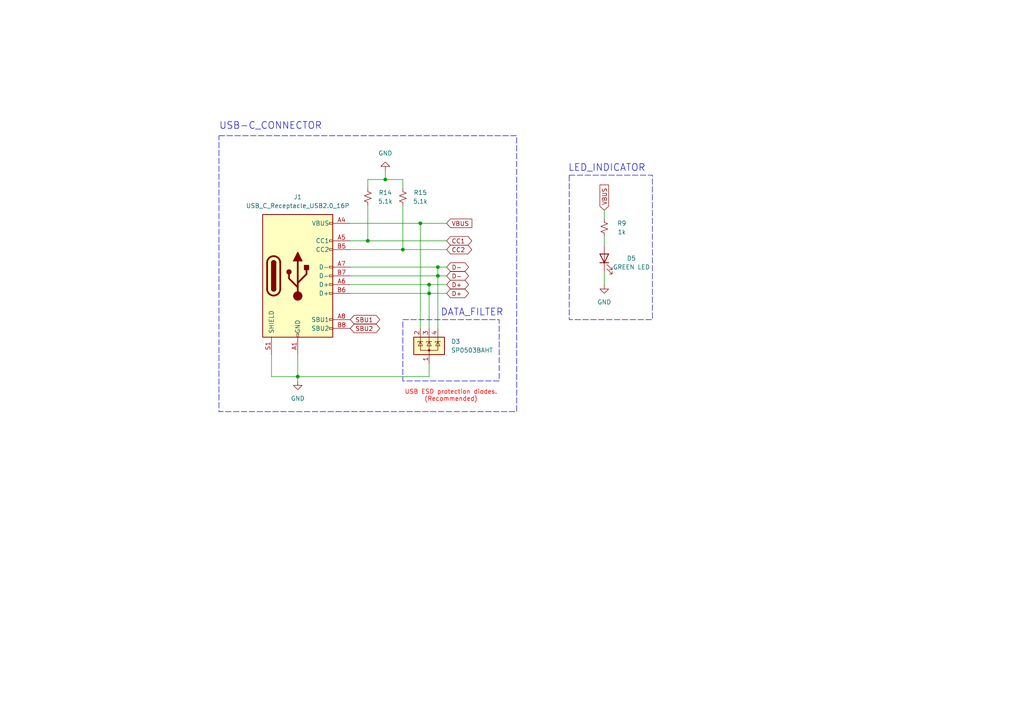
<source format=kicad_sch>
(kicad_sch (version 20231120) (generator "eeschema") (generator_version "8.0")
  (paper "A4")
  (lib_symbols
    (symbol "Connector:USB_C_Receptacle_USB2.0_16P" (pin_names (offset 1.016))
      (property "Reference" "J" (at 0 22.225 0))
      (property "Value" "USB_C_Receptacle_USB2.0_16P" (at 0 19.685 0))
      (symbol "USB_C_Receptacle_USB2.0_16P_0_0"
        (rectangle (start -0.254 -17.78) (end 0.254 -16.764))
        (rectangle (start 10.16 -14.986) (end 9.144 -15.494))
        (rectangle (start 10.16 -12.446) (end 9.144 -12.954))
        (rectangle (start 10.16 -4.826) (end 9.144 -5.334))
        (rectangle (start 10.16 -2.286) (end 9.144 -2.794))
        (rectangle (start 10.16 0.254) (end 9.144 -0.254))
        (rectangle (start 10.16 2.794) (end 9.144 2.286))
        (rectangle (start 10.16 7.874) (end 9.144 7.366))
        (rectangle (start 10.16 10.414) (end 9.144 9.906))
        (rectangle (start 10.16 15.494) (end 9.144 14.986))
      )
      (symbol "USB_C_Receptacle_USB2.0_16P_0_1"
        (rectangle (start -10.16 17.78) (end 10.16 -17.78) (stroke (width 0.254)) (fill (type background)))
        (arc (start -8.89 -3.81) (mid -6.985 -5.7067) (end -5.08 -3.81) (stroke (width 0.508)))
        (arc (start -7.62 -3.81) (mid -6.985 -4.4423) (end -6.35 -3.81) (stroke (width 0.254)))
        (arc (start -7.62 -3.81) (mid -6.985 -4.4423) (end -6.35 -3.81) (stroke (width 0.254)) (fill (type outline)))
        (rectangle (start -7.62 -3.81) (end -6.35 3.81) (stroke (width 0.254)) (fill (type outline)))
        (arc (start -6.35 3.81) (mid -6.985 4.4423) (end -7.62 3.81) (stroke (width 0.254)))
        (arc (start -6.35 3.81) (mid -6.985 4.4423) (end -7.62 3.81) (stroke (width 0.254)) (fill (type outline)))
        (arc (start -5.08 3.81) (mid -6.985 5.7067) (end -8.89 3.81) (stroke (width 0.508)))
        (circle (center -2.54 1.143) (radius 0.635) (stroke (width 0.254)) (fill (type outline)))
        (circle (center 0 -5.842) (radius 1.27) (fill (type outline)))
        (polyline (pts (xy -8.89 -3.81) (xy -8.89 3.81)) (stroke (width 0.508)))
        (polyline (pts (xy -5.08 3.81) (xy -5.08 -3.81)) (stroke (width 0.508)))
        (polyline (pts (xy 0 -5.842) (xy 0 4.318)) (stroke (width 0.508)))
        (polyline (pts (xy 0 -3.302) (xy -2.54 -0.762) (xy -2.54 0.508)) (stroke (width 0.508)))
        (polyline (pts (xy 0 -2.032) (xy 2.54 0.508) (xy 2.54 1.778)) (stroke (width 0.508)))
        (polyline (pts (xy -1.27 4.318) (xy 0 6.858) (xy 1.27 4.318) (xy -1.27 4.318)) (stroke (width 0.254)) (fill (type outline)))
        (rectangle (start 1.905 1.778) (end 3.175 3.048) (stroke (width 0.254)) (fill (type outline)))
      )
      (symbol "USB_C_Receptacle_USB2.0_16P_1_1"
        (pin passive line (at 0 -22.86 90) (length 5.08) (name "GND") (number "A1"))
        (pin passive line (at 0 -22.86 90) (length 5.08) hide (name "GND") (number "A12"))
        (pin passive line (at 15.24 15.24 180) (length 5.08) (name "VBUS") (number "A4"))
        (pin bidirectional line (at 15.24 10.16 180) (length 5.08) (name "CC1") (number "A5"))
        (pin bidirectional line (at 15.24 -2.54 180) (length 5.08) (name "D+") (number "A6"))
        (pin bidirectional line (at 15.24 2.54 180) (length 5.08) (name "D-") (number "A7"))
        (pin bidirectional line (at 15.24 -12.7 180) (length 5.08) (name "SBU1") (number "A8"))
        (pin passive line (at 15.24 15.24 180) (length 5.08) hide (name "VBUS") (number "A9"))
        (pin passive line (at 0 -22.86 90) (length 5.08) hide (name "GND") (number "B1"))
        (pin passive line (at 0 -22.86 90) (length 5.08) hide (name "GND") (number "B12"))
        (pin passive line (at 15.24 15.24 180) (length 5.08) hide (name "VBUS") (number "B4"))
        (pin bidirectional line (at 15.24 7.62 180) (length 5.08) (name "CC2") (number "B5"))
        (pin bidirectional line (at 15.24 -5.08 180) (length 5.08) (name "D+") (number "B6"))
        (pin bidirectional line (at 15.24 0 180) (length 5.08) (name "D-") (number "B7"))
        (pin bidirectional line (at 15.24 -15.24 180) (length 5.08) (name "SBU2") (number "B8"))
        (pin passive line (at 15.24 15.24 180) (length 5.08) hide (name "VBUS") (number "B9"))
        (pin passive line (at -7.62 -22.86 90) (length 5.08) (name "SHIELD") (number "S1"))
      )
    )
    (symbol "Device:LED" (pin_numbers hide) (pin_names (offset 1.016) hide)
      (property "Reference" "D" (at 0 2.54 0))
      (property "Value" "LED" (at 0 -2.54 0))
      (symbol "LED_0_1"
        (polyline (pts (xy -1.27 -1.27) (xy -1.27 1.27)) (stroke (width 0.254)))
        (polyline (pts (xy -1.27 0) (xy 1.27 0)))
        (polyline (pts (xy 1.27 -1.27) (xy 1.27 1.27) (xy -1.27 0) (xy 1.27 -1.27)) (stroke (width 0.254)))
        (polyline (pts (xy -3.048 -0.762) (xy -4.572 -2.286) (xy -3.81 -2.286) (xy -4.572 -2.286) (xy -4.572 -1.524)))
        (polyline (pts (xy -1.778 -0.762) (xy -3.302 -2.286) (xy -2.54 -2.286) (xy -3.302 -2.286) (xy -3.302 -1.524)))
      )
      (symbol "LED_1_1"
        (pin passive line (at -3.81 0 0) (length 2.54) (name "K") (number "1"))
        (pin passive line (at 3.81 0 180) (length 2.54) (name "A") (number "2"))
      )
    )
    (symbol "Device:R_Small_US" (pin_numbers hide) (pin_names (offset 0.254) hide)
      (property "Reference" "R" (at 0.762 0.508 0))
      (property "Value" "R_Small_US" (at 0.762 -1.016 0))
      (symbol "R_Small_US_1_1"
        (polyline (pts (xy 0 0) (xy 1.016 -0.381) (xy 0 -0.762) (xy -1.016 -1.143) (xy 0 -1.524)))
        (polyline (pts (xy 0 1.524) (xy 1.016 1.143) (xy 0 0.762) (xy -1.016 0.381) (xy 0 0)))
        (pin passive line (at 0 2.54 270) (length 1.016) (name "~") (number "1"))
        (pin passive line (at 0 -2.54 90) (length 1.016) (name "~") (number "2"))
      )
    )
    (symbol "Power_Protection:SP0503BAHT" (pin_names hide)
      (property "Reference" "D" (at 5.715 2.54 0))
      (property "Value" "SP0503BAHT" (at 5.715 0.635 0))
      (symbol "SP0503BAHT_0_0"
        (pin passive line (at 0 -5.08 90) (length 2.54) (name "A") (number "1"))
      )
      (symbol "SP0503BAHT_0_1"
        (rectangle (start -4.445 2.54) (end 4.445 -2.54) (stroke (width 0.254)) (fill (type background)))
        (circle (center 0 -1.27) (radius 0.254) (fill (type outline)))
        (polyline (pts (xy -2.54 2.54) (xy -2.54 1.27)))
        (polyline (pts (xy 0 -1.27) (xy 0 -2.54)))
        (polyline (pts (xy 0 -1.27) (xy 0 1.27)))
        (polyline (pts (xy 0 2.54) (xy 0 1.27)))
        (polyline (pts (xy 0.635 1.27) (xy 0.762 1.27)))
        (polyline (pts (xy 2.54 2.54) (xy 2.54 1.27)))
        (polyline (pts (xy 0.635 1.27) (xy -0.762 1.27) (xy -0.762 1.016)))
        (polyline (pts (xy -3.302 1.016) (xy -3.302 1.27) (xy -1.905 1.27) (xy -1.778 1.27)))
        (polyline (pts (xy -2.54 1.27) (xy -2.54 -1.27) (xy 2.54 -1.27) (xy 2.54 1.27)))
        (polyline (pts (xy -2.54 1.27) (xy -1.905 0) (xy -3.175 0) (xy -2.54 1.27)))
        (polyline (pts (xy 0.635 0) (xy -0.635 0) (xy 0 1.27) (xy 0.635 0)))
        (polyline (pts (xy 1.778 1.016) (xy 1.778 1.27) (xy 3.175 1.27) (xy 3.302 1.27)))
        (polyline (pts (xy 2.54 1.27) (xy 1.905 0) (xy 3.175 0) (xy 2.54 1.27)))
      )
      (symbol "SP0503BAHT_1_1"
        (pin passive line (at -2.54 5.08 270) (length 2.54) (name "K") (number "2"))
        (pin passive line (at 0 5.08 270) (length 2.54) (name "K") (number "3"))
        (pin passive line (at 2.54 5.08 270) (length 2.54) (name "K") (number "4"))
      )
    )
    (symbol "power:GND" (power) (pin_numbers hide) (pin_names (offset 0) hide)
      (property "Value" "GND" (at 0 -3.81 0))
      (symbol "GND_0_1"
        (polyline (pts (xy 0 0) (xy 0 -1.27) (xy 1.27 -1.27) (xy 0 -2.54) (xy -1.27 -1.27) (xy 0 -1.27)))
      )
      (symbol "GND_1_1"
        (pin power_in line (at 0 0 270) (length 0) (name "~") (number "1"))
      )
    )
  )
  (junction (at 86.36 109.22))
  (junction (at 127 77.47))
  (junction (at 116.84 72.39))
  (junction (at 124.46 82.55))
  (junction (at 127 80.01))
  (junction (at 111.76 52.07))
  (junction (at 106.68 69.85))
  (junction (at 124.46 85.09))
  (junction (at 121.92 64.77))
  (wire (pts (xy 124.46 105.41) (xy 124.46 109.22)))
  (wire (pts (xy 78.74 102.87) (xy 78.74 109.22)))
  (wire (pts (xy 101.6 85.09) (xy 124.46 85.09)))
  (wire (pts (xy 116.84 52.07) (xy 116.84 54.61)))
  (wire (pts (xy 106.68 69.85) (xy 101.6 69.85)))
  (wire (pts (xy 124.46 82.55) (xy 129.54 82.55)))
  (wire (pts (xy 127 80.01) (xy 129.54 80.01)))
  (wire (pts (xy 124.46 85.09) (xy 129.54 85.09)))
  (wire (pts (xy 175.26 78.74) (xy 175.26 82.55)))
  (wire (pts (xy 127 77.47) (xy 127 80.01)))
  (wire (pts (xy 86.36 110.49) (xy 86.36 109.22)))
  (wire (pts (xy 129.54 69.85) (xy 106.68 69.85)))
  (wire (pts (xy 78.74 109.22) (xy 86.36 109.22)))
  (wire (pts (xy 101.6 80.01) (xy 127 80.01)))
  (wire (pts (xy 121.92 64.77) (xy 121.92 95.25)))
  (wire (pts (xy 129.54 64.77) (xy 121.92 64.77)))
  (wire (pts (xy 111.76 49.53) (xy 111.76 52.07)))
  (wire (pts (xy 86.36 109.22) (xy 124.46 109.22)))
  (wire (pts (xy 101.6 72.39) (xy 116.84 72.39)))
  (wire (pts (xy 124.46 82.55) (xy 124.46 85.09)))
  (wire (pts (xy 106.68 52.07) (xy 106.68 54.61)))
  (wire (pts (xy 101.6 64.77) (xy 121.92 64.77)))
  (wire (pts (xy 127 77.47) (xy 129.54 77.47)))
  (wire (pts (xy 106.68 52.07) (xy 111.76 52.07)))
  (wire (pts (xy 124.46 85.09) (xy 124.46 95.25)))
  (wire (pts (xy 127 80.01) (xy 127 95.25)))
  (wire (pts (xy 116.84 59.69) (xy 116.84 72.39)))
  (wire (pts (xy 111.76 52.07) (xy 116.84 52.07)))
  (wire (pts (xy 101.6 77.47) (xy 127 77.47)))
  (wire (pts (xy 101.6 82.55) (xy 124.46 82.55)))
  (wire (pts (xy 129.54 72.39) (xy 116.84 72.39)))
  (wire (pts (xy 106.68 59.69) (xy 106.68 69.85)))
  (wire (pts (xy 86.36 102.87) (xy 86.36 109.22)))
  (wire (pts (xy 175.26 68.58) (xy 175.26 71.12)))
  (wire (pts (xy 175.26 60.96) (xy 175.26 63.5)))
  (rectangle (start 165.1 50.8) (end 189.23 92.71) (stroke (width 0) (type dash)))
  (rectangle (start 63.5 39.37) (end 149.86 119.38) (stroke (width 0) (type dash)))
  (rectangle (start 116.84 92.71) (end 144.78 110.49) (stroke (width 0) (type dash)))
  (text "DATA_FILTER\n" (at 136.906 90.678 0) (effects (font (size 2 2))))
  (text "USB ESD protection diodes.\n(Recommended)" (at 130.81 114.808 0) (effects (font (size 1.27 1.27))))
  (text "USB-C_CONNECTOR\n" (at 78.486 36.576 0) (effects (font (size 2 2))))
  (text "LED_INDICATOR\n" (at 176.022 48.768 0) (effects (font (size 2 2))))
  (global_label "CC2" (shape bidirectional) (at 129.54 72.39 0) (property "Intersheetrefs" "${INTERSHEET_REFS}" (effects (hide yes))))
  (global_label "D-" (shape bidirectional) (at 129.54 77.47 0) (property "Intersheetrefs" "${INTERSHEET_REFS}" (effects (hide yes))))
  (global_label "VBUS" (shape input) (at 129.54 64.77 0) (property "Intersheetrefs" "${INTERSHEET_REFS}" (effects (hide yes))))
  (global_label "VBUS" (shape input) (at 175.26 60.96 90) (property "Intersheetrefs" "${INTERSHEET_REFS}" (effects (hide yes))))
  (global_label "D+" (shape bidirectional) (at 129.54 82.55 0) (property "Intersheetrefs" "${INTERSHEET_REFS}" (effects (hide yes))))
  (global_label "D+" (shape bidirectional) (at 129.54 85.09 0) (property "Intersheetrefs" "${INTERSHEET_REFS}" (effects (hide yes))))
  (global_label "SBU2" (shape bidirectional) (at 101.6 95.25 0) (property "Intersheetrefs" "${INTERSHEET_REFS}" (effects (hide yes))))
  (global_label "CC1" (shape bidirectional) (at 129.54 69.85 0) (property "Intersheetrefs" "${INTERSHEET_REFS}" (effects (hide yes))))
  (global_label "SBU1" (shape bidirectional) (at 101.6 92.71 0) (property "Intersheetrefs" "${INTERSHEET_REFS}" (effects (hide yes))))
  (global_label "D-" (shape bidirectional) (at 129.54 80.01 0) (property "Intersheetrefs" "${INTERSHEET_REFS}" (effects (hide yes))))
  (symbol (lib_id "Device:R_Small_US") (at 106.68 57.15 0) (unit 1)
    (property "Reference" "R14" (at 111.76 55.88 0))
    (property "Value" "5.1k" (at 111.76 58.42 0))
    (property "Footprint" "Resistor_SMD:R_0603_1608Metric_Pad0.98x0.95mm_HandSolder" (effects (hide yes)))
    (property "Description" "Resistor, small US symbol" (effects (hide yes)))
  )
  (symbol (lib_id "Connector:USB_C_Receptacle_USB2.0_16P") (at 86.36 80.01 0) (unit 1)
    (property "Reference" "J1" (at 86.36 57.15 0))
    (property "Value" "USB_C_Receptacle_USB2.0_16P" (at 86.36 59.69 0))
    (property "Footprint" "Connector_USB:USB_C_Receptacle_G-Switch_GT-USB-7010ASV" (effects (hide yes)))
    (property "Datasheet" "https://www.usb.org/sites/default/files/documents/usb_type-c.zip" (effects (hide yes)))
    (property "Description" "USB 2.0-only 16P Type-C Receptacle connector" (effects (hide yes)))
  )
  (symbol (lib_id "Power_Protection:SP0503BAHT") (at 124.46 100.33 0) (unit 1)
    (property "Reference" "D3" (at 130.81 99.0599 0) (effects (justify left)))
    (property "Value" "SP0503BAHT" (at 130.81 101.5999 0) (effects (justify left)))
    (property "Footprint" "Package_TO_SOT_SMD:SOT-143" (effects (hide yes)))
    (property "Datasheet" "http://www.littelfuse.com/~/media/files/littelfuse/technical%20resources/documents/data%20sheets/sp05xxba.pdf" (effects (hide yes)))
    (property "Description" "TVS Diode Array, 5.5V Standoff, 3 Channels, SOT-143 package" (effects (hide yes)))
  )
  (symbol (lib_id "Device:LED") (at 175.26 74.93 90) (unit 1)
    (property "Reference" "D5" (at 183.134 74.93 90))
    (property "Value" "GREEN LED" (at 183.134 77.47 90))
    (property "Footprint" "LED_SMD:LED_0603_1608Metric" (effects (hide yes)))
    (property "Description" "Light emitting diode" (effects (hide yes)))
  )
  (symbol (lib_id "power:GND") (at 86.36 110.49 0) (unit 1)
    (property "Reference" "#PWR05" (effects (hide yes)))
    (property "Value" "GND" (at 86.36 115.57 0))
    (property "Description" "Power symbol creates a global label with name \"GND\" , ground" (effects (hide yes)))
  )
  (symbol (lib_id "power:GND") (at 175.26 82.55 0) (unit 1)
    (property "Reference" "#PWR010" (effects (hide yes)))
    (property "Value" "GND" (at 175.26 87.63 0))
    (property "Description" "Power symbol creates a global label with name \"GND\" , ground" (effects (hide yes)))
  )
  (symbol (lib_id "power:GND") (at 111.76 49.53 180) (unit 1)
    (property "Reference" "#PWR019" (effects (hide yes)))
    (property "Value" "GND" (at 111.76 44.45 0))
    (property "Description" "Power symbol creates a global label with name \"GND\" , ground" (effects (hide yes)))
  )
  (symbol (lib_id "Device:R_Small_US") (at 116.84 57.15 0) (unit 1)
    (property "Reference" "R15" (at 121.92 55.88 0))
    (property "Value" "5.1k" (at 121.92 58.42 0))
    (property "Footprint" "Resistor_SMD:R_0603_1608Metric_Pad0.98x0.95mm_HandSolder" (effects (hide yes)))
    (property "Description" "Resistor, small US symbol" (effects (hide yes)))
  )
  (symbol (lib_id "Device:R_Small_US") (at 175.26 66.04 0) (unit 1)
    (property "Reference" "R9" (at 180.34 64.77 0))
    (property "Value" "1k" (at 180.34 67.31 0))
    (property "Footprint" "Resistor_SMD:R_0603_1608Metric_Pad0.98x0.95mm_HandSolder" (effects (hide yes)))
    (property "Description" "Resistor, small US symbol" (effects (hide yes)))
  )
)
</source>
